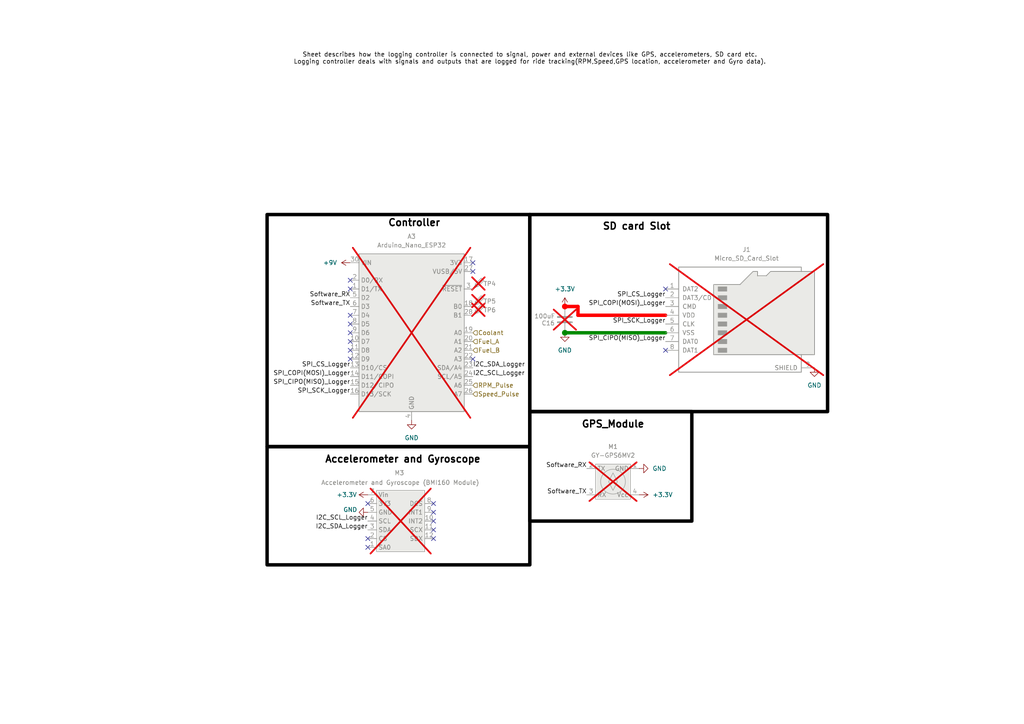
<source format=kicad_sch>
(kicad_sch
	(version 20250114)
	(generator "eeschema")
	(generator_version "9.0")
	(uuid "79a04059-fb4c-4199-a195-897d7b6d87cb")
	(paper "A4")
	(title_block
		(title "Full CBR125RW6 Dash Project Schematic")
		(rev "1")
		(company "Ethan Sousa Projects")
	)
	(lib_symbols
		(symbol "Added_Symbols:BMI160_Module"
			(exclude_from_sim no)
			(in_bom yes)
			(on_board yes)
			(property "Reference" "M"
				(at 0 0 0)
				(effects
					(font
						(size 1.27 1.27)
					)
				)
			)
			(property "Value" ""
				(at 0 0 0)
				(effects
					(font
						(size 1.27 1.27)
					)
				)
			)
			(property "Footprint" ""
				(at 0 0 0)
				(effects
					(font
						(size 1.27 1.27)
					)
					(hide yes)
				)
			)
			(property "Datasheet" ""
				(at 0 0 0)
				(effects
					(font
						(size 1.27 1.27)
					)
					(hide yes)
				)
			)
			(property "Description" ""
				(at 0 0 0)
				(effects
					(font
						(size 1.27 1.27)
					)
					(hide yes)
				)
			)
			(symbol "BMI160_Module_1_1"
				(rectangle
					(start -6.35 8.89)
					(end 7.62 -8.89)
					(stroke
						(width 0)
						(type solid)
					)
					(fill
						(type background)
					)
				)
				(pin power_in line
					(at -8.89 7.62 0)
					(length 2.54)
					(name "Vin"
						(effects
							(font
								(size 1.27 1.27)
							)
						)
					)
					(number "7"
						(effects
							(font
								(size 1.27 1.27)
							)
						)
					)
				)
				(pin power_out line
					(at -8.89 5.08 0)
					(length 2.54)
					(name "3V3"
						(effects
							(font
								(size 1.27 1.27)
							)
						)
					)
					(number "6"
						(effects
							(font
								(size 1.27 1.27)
							)
						)
					)
				)
				(pin power_in line
					(at -8.89 2.54 0)
					(length 2.54)
					(name "GND"
						(effects
							(font
								(size 1.27 1.27)
							)
						)
					)
					(number "5"
						(effects
							(font
								(size 1.27 1.27)
							)
						)
					)
				)
				(pin input line
					(at -8.89 0 0)
					(length 2.54)
					(name "SCL"
						(effects
							(font
								(size 1.27 1.27)
							)
						)
					)
					(number "4"
						(effects
							(font
								(size 1.27 1.27)
							)
						)
					)
				)
				(pin input line
					(at -8.89 -2.54 0)
					(length 2.54)
					(name "SDA"
						(effects
							(font
								(size 1.27 1.27)
							)
						)
					)
					(number "3"
						(effects
							(font
								(size 1.27 1.27)
							)
						)
					)
				)
				(pin input line
					(at -8.89 -5.08 0)
					(length 2.54)
					(name "CS"
						(effects
							(font
								(size 1.27 1.27)
							)
						)
					)
					(number "2"
						(effects
							(font
								(size 1.27 1.27)
							)
						)
					)
				)
				(pin input line
					(at -8.89 -7.62 0)
					(length 2.54)
					(name "SA0"
						(effects
							(font
								(size 1.27 1.27)
							)
						)
					)
					(number "1"
						(effects
							(font
								(size 1.27 1.27)
							)
						)
					)
				)
				(pin input line
					(at 10.16 5.08 180)
					(length 2.54)
					(name "DCS"
						(effects
							(font
								(size 1.27 1.27)
							)
						)
					)
					(number "8"
						(effects
							(font
								(size 1.27 1.27)
							)
						)
					)
				)
				(pin input line
					(at 10.16 2.54 180)
					(length 2.54)
					(name "INT1"
						(effects
							(font
								(size 1.27 1.27)
							)
						)
					)
					(number "9"
						(effects
							(font
								(size 1.27 1.27)
							)
						)
					)
				)
				(pin input line
					(at 10.16 0 180)
					(length 2.54)
					(name "INT2"
						(effects
							(font
								(size 1.27 1.27)
							)
						)
					)
					(number "10"
						(effects
							(font
								(size 1.27 1.27)
							)
						)
					)
				)
				(pin input line
					(at 10.16 -2.54 180)
					(length 2.54)
					(name "SCX"
						(effects
							(font
								(size 1.27 1.27)
							)
						)
					)
					(number "11"
						(effects
							(font
								(size 1.27 1.27)
							)
						)
					)
				)
				(pin input line
					(at 10.16 -5.08 180)
					(length 2.54)
					(name "SDX"
						(effects
							(font
								(size 1.27 1.27)
							)
						)
					)
					(number "12"
						(effects
							(font
								(size 1.27 1.27)
							)
						)
					)
				)
			)
			(embedded_fonts no)
		)
		(symbol "Added_Symbols:GY-GPS6MV2"
			(exclude_from_sim no)
			(in_bom yes)
			(on_board yes)
			(property "Reference" "M"
				(at 0 0 0)
				(effects
					(font
						(size 1.27 1.27)
					)
				)
			)
			(property "Value" "GY-GPS6MV2"
				(at 0 0 0)
				(effects
					(font
						(size 1.27 1.27)
					)
				)
			)
			(property "Footprint" "Added_Footprints:GY-GPS6MV2"
				(at 0 0 0)
				(effects
					(font
						(size 1.27 1.27)
					)
					(hide yes)
				)
			)
			(property "Datasheet" ""
				(at 0 0 0)
				(effects
					(font
						(size 1.27 1.27)
					)
					(hide yes)
				)
			)
			(property "Description" "GPS Module GY-GPS6MV2"
				(at 0 0 0)
				(effects
					(font
						(size 1.27 1.27)
					)
					(hide yes)
				)
			)
			(symbol "GY-GPS6MV2_0_1"
				(polyline
					(pts
						(xy 0 2.54) (xy -1.27 0) (xy 0 -2.54) (xy 1.27 0) (xy 0 2.54)
					)
					(stroke
						(width 0)
						(type default)
					)
					(fill
						(type none)
					)
				)
				(circle
					(center 0 0)
					(radius 3.5921)
					(stroke
						(width 0)
						(type default)
					)
					(fill
						(type none)
					)
				)
			)
			(symbol "GY-GPS6MV2_1_1"
				(rectangle
					(start -5.08 5.08)
					(end 5.08 -5.08)
					(stroke
						(width 0)
						(type solid)
					)
					(fill
						(type background)
					)
				)
				(pin output line
					(at -7.62 3.81 0)
					(length 2.54)
					(name "TX"
						(effects
							(font
								(size 1.27 1.27)
							)
						)
					)
					(number "2"
						(effects
							(font
								(size 1.27 1.27)
							)
						)
					)
				)
				(pin input line
					(at -7.62 -3.81 0)
					(length 2.54)
					(name "RX"
						(effects
							(font
								(size 1.27 1.27)
							)
						)
					)
					(number "3"
						(effects
							(font
								(size 1.27 1.27)
							)
						)
					)
				)
				(pin power_in line
					(at 7.62 3.81 180)
					(length 2.54)
					(name "GND"
						(effects
							(font
								(size 1.27 1.27)
							)
						)
					)
					(number "1"
						(effects
							(font
								(size 1.27 1.27)
							)
						)
					)
				)
				(pin power_in line
					(at 7.62 -3.81 180)
					(length 2.54)
					(name "Vcc"
						(effects
							(font
								(size 1.27 1.27)
							)
						)
					)
					(number "4"
						(effects
							(font
								(size 1.27 1.27)
							)
						)
					)
				)
			)
			(embedded_fonts no)
		)
		(symbol "Connector:Micro_SD_Card"
			(pin_names
				(offset 1.016)
			)
			(exclude_from_sim no)
			(in_bom yes)
			(on_board yes)
			(property "Reference" "J"
				(at -16.51 15.24 0)
				(effects
					(font
						(size 1.27 1.27)
					)
				)
			)
			(property "Value" "Micro_SD_Card"
				(at 16.51 15.24 0)
				(effects
					(font
						(size 1.27 1.27)
					)
					(justify right)
				)
			)
			(property "Footprint" ""
				(at 29.21 7.62 0)
				(effects
					(font
						(size 1.27 1.27)
					)
					(hide yes)
				)
			)
			(property "Datasheet" "https://www.we-online.com/components/products/datasheet/693072010801.pdf"
				(at 0 0 0)
				(effects
					(font
						(size 1.27 1.27)
					)
					(hide yes)
				)
			)
			(property "Description" "Micro SD Card Socket"
				(at 0 0 0)
				(effects
					(font
						(size 1.27 1.27)
					)
					(hide yes)
				)
			)
			(property "ki_keywords" "connector SD microsd"
				(at 0 0 0)
				(effects
					(font
						(size 1.27 1.27)
					)
					(hide yes)
				)
			)
			(property "ki_fp_filters" "microSD*"
				(at 0 0 0)
				(effects
					(font
						(size 1.27 1.27)
					)
					(hide yes)
				)
			)
			(symbol "Micro_SD_Card_0_1"
				(polyline
					(pts
						(xy -8.89 -11.43) (xy -8.89 8.89) (xy -1.27 8.89) (xy 2.54 12.7) (xy 3.81 12.7) (xy 3.81 11.43)
						(xy 6.35 11.43) (xy 7.62 12.7) (xy 20.32 12.7) (xy 20.32 -11.43) (xy -8.89 -11.43)
					)
					(stroke
						(width 0.254)
						(type default)
					)
					(fill
						(type background)
					)
				)
				(rectangle
					(start -7.62 8.255)
					(end -5.08 6.985)
					(stroke
						(width 0)
						(type default)
					)
					(fill
						(type outline)
					)
				)
				(rectangle
					(start -7.62 5.715)
					(end -5.08 4.445)
					(stroke
						(width 0)
						(type default)
					)
					(fill
						(type outline)
					)
				)
				(rectangle
					(start -7.62 3.175)
					(end -5.08 1.905)
					(stroke
						(width 0)
						(type default)
					)
					(fill
						(type outline)
					)
				)
				(rectangle
					(start -7.62 0.635)
					(end -5.08 -0.635)
					(stroke
						(width 0)
						(type default)
					)
					(fill
						(type outline)
					)
				)
				(rectangle
					(start -7.62 -1.905)
					(end -5.08 -3.175)
					(stroke
						(width 0)
						(type default)
					)
					(fill
						(type outline)
					)
				)
				(rectangle
					(start -7.62 -4.445)
					(end -5.08 -5.715)
					(stroke
						(width 0)
						(type default)
					)
					(fill
						(type outline)
					)
				)
				(rectangle
					(start -7.62 -6.985)
					(end -5.08 -8.255)
					(stroke
						(width 0)
						(type default)
					)
					(fill
						(type outline)
					)
				)
				(rectangle
					(start -7.62 -9.525)
					(end -5.08 -10.795)
					(stroke
						(width 0)
						(type default)
					)
					(fill
						(type outline)
					)
				)
				(polyline
					(pts
						(xy 16.51 12.7) (xy 16.51 13.97) (xy -19.05 13.97) (xy -19.05 -16.51) (xy 16.51 -16.51) (xy 16.51 -11.43)
					)
					(stroke
						(width 0.254)
						(type default)
					)
					(fill
						(type none)
					)
				)
			)
			(symbol "Micro_SD_Card_1_1"
				(pin bidirectional line
					(at -22.86 7.62 0)
					(length 3.81)
					(name "DAT2"
						(effects
							(font
								(size 1.27 1.27)
							)
						)
					)
					(number "1"
						(effects
							(font
								(size 1.27 1.27)
							)
						)
					)
				)
				(pin bidirectional line
					(at -22.86 5.08 0)
					(length 3.81)
					(name "DAT3/CD"
						(effects
							(font
								(size 1.27 1.27)
							)
						)
					)
					(number "2"
						(effects
							(font
								(size 1.27 1.27)
							)
						)
					)
				)
				(pin input line
					(at -22.86 2.54 0)
					(length 3.81)
					(name "CMD"
						(effects
							(font
								(size 1.27 1.27)
							)
						)
					)
					(number "3"
						(effects
							(font
								(size 1.27 1.27)
							)
						)
					)
				)
				(pin power_in line
					(at -22.86 0 0)
					(length 3.81)
					(name "VDD"
						(effects
							(font
								(size 1.27 1.27)
							)
						)
					)
					(number "4"
						(effects
							(font
								(size 1.27 1.27)
							)
						)
					)
				)
				(pin input line
					(at -22.86 -2.54 0)
					(length 3.81)
					(name "CLK"
						(effects
							(font
								(size 1.27 1.27)
							)
						)
					)
					(number "5"
						(effects
							(font
								(size 1.27 1.27)
							)
						)
					)
				)
				(pin power_in line
					(at -22.86 -5.08 0)
					(length 3.81)
					(name "VSS"
						(effects
							(font
								(size 1.27 1.27)
							)
						)
					)
					(number "6"
						(effects
							(font
								(size 1.27 1.27)
							)
						)
					)
				)
				(pin bidirectional line
					(at -22.86 -7.62 0)
					(length 3.81)
					(name "DAT0"
						(effects
							(font
								(size 1.27 1.27)
							)
						)
					)
					(number "7"
						(effects
							(font
								(size 1.27 1.27)
							)
						)
					)
				)
				(pin bidirectional line
					(at -22.86 -10.16 0)
					(length 3.81)
					(name "DAT1"
						(effects
							(font
								(size 1.27 1.27)
							)
						)
					)
					(number "8"
						(effects
							(font
								(size 1.27 1.27)
							)
						)
					)
				)
				(pin passive line
					(at 20.32 -15.24 180)
					(length 3.81)
					(name "SHIELD"
						(effects
							(font
								(size 1.27 1.27)
							)
						)
					)
					(number "9"
						(effects
							(font
								(size 1.27 1.27)
							)
						)
					)
				)
			)
			(embedded_fonts no)
		)
		(symbol "Connector:TestPoint_Probe"
			(pin_numbers
				(hide yes)
			)
			(pin_names
				(offset 0.762)
				(hide yes)
			)
			(exclude_from_sim no)
			(in_bom yes)
			(on_board yes)
			(property "Reference" "TP"
				(at 1.651 5.842 0)
				(effects
					(font
						(size 1.27 1.27)
					)
				)
			)
			(property "Value" "TestPoint_Probe"
				(at 1.651 4.064 0)
				(effects
					(font
						(size 1.27 1.27)
					)
				)
			)
			(property "Footprint" ""
				(at 5.08 0 0)
				(effects
					(font
						(size 1.27 1.27)
					)
					(hide yes)
				)
			)
			(property "Datasheet" "~"
				(at 5.08 0 0)
				(effects
					(font
						(size 1.27 1.27)
					)
					(hide yes)
				)
			)
			(property "Description" "test point (alternative probe-style design)"
				(at 0 0 0)
				(effects
					(font
						(size 1.27 1.27)
					)
					(hide yes)
				)
			)
			(property "ki_keywords" "test point tp"
				(at 0 0 0)
				(effects
					(font
						(size 1.27 1.27)
					)
					(hide yes)
				)
			)
			(property "ki_fp_filters" "Pin* Test*"
				(at 0 0 0)
				(effects
					(font
						(size 1.27 1.27)
					)
					(hide yes)
				)
			)
			(symbol "TestPoint_Probe_0_1"
				(polyline
					(pts
						(xy 1.27 0.762) (xy 0 0) (xy 0.762 1.27) (xy 1.27 0.762)
					)
					(stroke
						(width 0)
						(type default)
					)
					(fill
						(type outline)
					)
				)
				(polyline
					(pts
						(xy 1.397 0.635) (xy 0.635 1.397) (xy 2.413 3.175) (xy 3.175 2.413) (xy 1.397 0.635)
					)
					(stroke
						(width 0)
						(type default)
					)
					(fill
						(type background)
					)
				)
			)
			(symbol "TestPoint_Probe_1_1"
				(pin passive line
					(at 0 0 90)
					(length 0)
					(name "1"
						(effects
							(font
								(size 1.27 1.27)
							)
						)
					)
					(number "1"
						(effects
							(font
								(size 1.27 1.27)
							)
						)
					)
				)
			)
			(embedded_fonts no)
		)
		(symbol "Device:C"
			(pin_numbers
				(hide yes)
			)
			(pin_names
				(offset 0.254)
			)
			(exclude_from_sim no)
			(in_bom yes)
			(on_board yes)
			(property "Reference" "C"
				(at 0.635 2.54 0)
				(effects
					(font
						(size 1.27 1.27)
					)
					(justify left)
				)
			)
			(property "Value" "C"
				(at 0.635 -2.54 0)
				(effects
					(font
						(size 1.27 1.27)
					)
					(justify left)
				)
			)
			(property "Footprint" ""
				(at 0.9652 -3.81 0)
				(effects
					(font
						(size 1.27 1.27)
					)
					(hide yes)
				)
			)
			(property "Datasheet" "~"
				(at 0 0 0)
				(effects
					(font
						(size 1.27 1.27)
					)
					(hide yes)
				)
			)
			(property "Description" "Unpolarized capacitor"
				(at 0 0 0)
				(effects
					(font
						(size 1.27 1.27)
					)
					(hide yes)
				)
			)
			(property "ki_keywords" "cap capacitor"
				(at 0 0 0)
				(effects
					(font
						(size 1.27 1.27)
					)
					(hide yes)
				)
			)
			(property "ki_fp_filters" "C_*"
				(at 0 0 0)
				(effects
					(font
						(size 1.27 1.27)
					)
					(hide yes)
				)
			)
			(symbol "C_0_1"
				(polyline
					(pts
						(xy -2.032 0.762) (xy 2.032 0.762)
					)
					(stroke
						(width 0.508)
						(type default)
					)
					(fill
						(type none)
					)
				)
				(polyline
					(pts
						(xy -2.032 -0.762) (xy 2.032 -0.762)
					)
					(stroke
						(width 0.508)
						(type default)
					)
					(fill
						(type none)
					)
				)
			)
			(symbol "C_1_1"
				(pin passive line
					(at 0 3.81 270)
					(length 2.794)
					(name "~"
						(effects
							(font
								(size 1.27 1.27)
							)
						)
					)
					(number "1"
						(effects
							(font
								(size 1.27 1.27)
							)
						)
					)
				)
				(pin passive line
					(at 0 -3.81 90)
					(length 2.794)
					(name "~"
						(effects
							(font
								(size 1.27 1.27)
							)
						)
					)
					(number "2"
						(effects
							(font
								(size 1.27 1.27)
							)
						)
					)
				)
			)
			(embedded_fonts no)
		)
		(symbol "MCU_Module:Arduino_Nano_ESP32"
			(exclude_from_sim no)
			(in_bom yes)
			(on_board yes)
			(property "Reference" "A"
				(at -14.986 23.622 0)
				(effects
					(font
						(size 1.27 1.27)
					)
					(justify left bottom)
				)
			)
			(property "Value" "Arduino_Nano_ESP32"
				(at 3.81 -25.654 0)
				(effects
					(font
						(size 1.27 1.27)
					)
					(justify left top)
				)
			)
			(property "Footprint" "Module:Arduino_Nano"
				(at 13.716 -34.036 0)
				(effects
					(font
						(size 1.27 1.27)
						(italic yes)
					)
					(hide yes)
				)
			)
			(property "Datasheet" "https://docs.arduino.cc/resources/datasheets/ABX00083-datasheet.pdf"
				(at 39.116 -31.496 0)
				(effects
					(font
						(size 1.27 1.27)
					)
					(hide yes)
				)
			)
			(property "Description" "Arduino Nano board based on the ESP32-S3 with a dual-core 240 MHz processor, 384 kB ROM, 512 kB SRAM. Operates at 3.3V, with 5V USB-C® input and 6-21V VIN. Features Wi-Fi®, Bluetooth® LE, digital and analog pins, and supports SPI, I2C, UART, I2S, and CAN."
				(at 138.43 -28.956 0)
				(effects
					(font
						(size 1.27 1.27)
					)
					(hide yes)
				)
			)
			(property "ki_keywords" "Arduino Nano ESP32"
				(at 0 0 0)
				(effects
					(font
						(size 1.27 1.27)
					)
					(hide yes)
				)
			)
			(property "ki_fp_filters" "Arduino*Nano*"
				(at 0 0 0)
				(effects
					(font
						(size 1.27 1.27)
					)
					(hide yes)
				)
			)
			(symbol "Arduino_Nano_ESP32_0_1"
				(rectangle
					(start -15.24 22.86)
					(end 15.24 -22.86)
					(stroke
						(width 0.254)
						(type default)
					)
					(fill
						(type background)
					)
				)
			)
			(symbol "Arduino_Nano_ESP32_1_1"
				(pin power_in line
					(at -17.78 20.32 0)
					(length 2.54)
					(name "VIN"
						(effects
							(font
								(size 1.27 1.27)
							)
						)
					)
					(number "30"
						(effects
							(font
								(size 1.27 1.27)
							)
						)
					)
				)
				(pin bidirectional line
					(at -17.78 15.24 0)
					(length 2.54)
					(name "D0/RX"
						(effects
							(font
								(size 1.27 1.27)
							)
						)
					)
					(number "2"
						(effects
							(font
								(size 1.27 1.27)
							)
						)
					)
				)
				(pin bidirectional line
					(at -17.78 12.7 0)
					(length 2.54)
					(name "D1/TX"
						(effects
							(font
								(size 1.27 1.27)
							)
						)
					)
					(number "1"
						(effects
							(font
								(size 1.27 1.27)
							)
						)
					)
				)
				(pin bidirectional line
					(at -17.78 10.16 0)
					(length 2.54)
					(name "D2"
						(effects
							(font
								(size 1.27 1.27)
							)
						)
					)
					(number "5"
						(effects
							(font
								(size 1.27 1.27)
							)
						)
					)
				)
				(pin bidirectional line
					(at -17.78 7.62 0)
					(length 2.54)
					(name "D3"
						(effects
							(font
								(size 1.27 1.27)
							)
						)
					)
					(number "6"
						(effects
							(font
								(size 1.27 1.27)
							)
						)
					)
				)
				(pin bidirectional line
					(at -17.78 5.08 0)
					(length 2.54)
					(name "D4"
						(effects
							(font
								(size 1.27 1.27)
							)
						)
					)
					(number "7"
						(effects
							(font
								(size 1.27 1.27)
							)
						)
					)
				)
				(pin bidirectional line
					(at -17.78 2.54 0)
					(length 2.54)
					(name "D5"
						(effects
							(font
								(size 1.27 1.27)
							)
						)
					)
					(number "8"
						(effects
							(font
								(size 1.27 1.27)
							)
						)
					)
				)
				(pin bidirectional line
					(at -17.78 0 0)
					(length 2.54)
					(name "D6"
						(effects
							(font
								(size 1.27 1.27)
							)
						)
					)
					(number "9"
						(effects
							(font
								(size 1.27 1.27)
							)
						)
					)
				)
				(pin bidirectional line
					(at -17.78 -2.54 0)
					(length 2.54)
					(name "D7"
						(effects
							(font
								(size 1.27 1.27)
							)
						)
					)
					(number "10"
						(effects
							(font
								(size 1.27 1.27)
							)
						)
					)
				)
				(pin bidirectional line
					(at -17.78 -5.08 0)
					(length 2.54)
					(name "D8"
						(effects
							(font
								(size 1.27 1.27)
							)
						)
					)
					(number "11"
						(effects
							(font
								(size 1.27 1.27)
							)
						)
					)
				)
				(pin bidirectional line
					(at -17.78 -7.62 0)
					(length 2.54)
					(name "D9"
						(effects
							(font
								(size 1.27 1.27)
							)
						)
					)
					(number "12"
						(effects
							(font
								(size 1.27 1.27)
							)
						)
					)
				)
				(pin bidirectional line
					(at -17.78 -10.16 0)
					(length 2.54)
					(name "D10/CS"
						(effects
							(font
								(size 1.27 1.27)
							)
						)
					)
					(number "13"
						(effects
							(font
								(size 1.27 1.27)
							)
						)
					)
				)
				(pin bidirectional line
					(at -17.78 -12.7 0)
					(length 2.54)
					(name "D11/COPI"
						(effects
							(font
								(size 1.27 1.27)
							)
						)
					)
					(number "14"
						(effects
							(font
								(size 1.27 1.27)
							)
						)
					)
				)
				(pin bidirectional line
					(at -17.78 -15.24 0)
					(length 2.54)
					(name "D12/CIPO"
						(effects
							(font
								(size 1.27 1.27)
							)
						)
					)
					(number "15"
						(effects
							(font
								(size 1.27 1.27)
							)
						)
					)
				)
				(pin bidirectional line
					(at -17.78 -17.78 0)
					(length 2.54)
					(name "D13/SCK"
						(effects
							(font
								(size 1.27 1.27)
							)
						)
					)
					(number "16"
						(effects
							(font
								(size 1.27 1.27)
							)
						)
					)
				)
				(pin passive line
					(at 0 -25.4 90)
					(length 2.54)
					(hide yes)
					(name "GND"
						(effects
							(font
								(size 1.27 1.27)
							)
						)
					)
					(number "29"
						(effects
							(font
								(size 1.27 1.27)
							)
						)
					)
				)
				(pin power_in line
					(at 0 -25.4 90)
					(length 2.54)
					(name "GND"
						(effects
							(font
								(size 1.27 1.27)
							)
						)
					)
					(number "4"
						(effects
							(font
								(size 1.27 1.27)
							)
						)
					)
				)
				(pin power_out line
					(at 17.78 20.32 180)
					(length 2.54)
					(name "3V3"
						(effects
							(font
								(size 1.27 1.27)
							)
						)
					)
					(number "17"
						(effects
							(font
								(size 1.27 1.27)
							)
						)
					)
				)
				(pin power_out line
					(at 17.78 17.78 180)
					(length 2.54)
					(name "VUSB/5V"
						(effects
							(font
								(size 1.27 1.27)
							)
						)
					)
					(number "27"
						(effects
							(font
								(size 1.27 1.27)
							)
						)
					)
				)
				(pin input line
					(at 17.78 12.7 180)
					(length 2.54)
					(name "~{RESET}"
						(effects
							(font
								(size 1.27 1.27)
							)
						)
					)
					(number "3"
						(effects
							(font
								(size 1.27 1.27)
							)
						)
					)
				)
				(pin bidirectional line
					(at 17.78 7.62 180)
					(length 2.54)
					(name "B0"
						(effects
							(font
								(size 1.27 1.27)
							)
						)
					)
					(number "18"
						(effects
							(font
								(size 1.27 1.27)
							)
						)
					)
				)
				(pin bidirectional line
					(at 17.78 5.08 180)
					(length 2.54)
					(name "B1"
						(effects
							(font
								(size 1.27 1.27)
							)
						)
					)
					(number "28"
						(effects
							(font
								(size 1.27 1.27)
							)
						)
					)
				)
				(pin bidirectional line
					(at 17.78 0 180)
					(length 2.54)
					(name "A0"
						(effects
							(font
								(size 1.27 1.27)
							)
						)
					)
					(number "19"
						(effects
							(font
								(size 1.27 1.27)
							)
						)
					)
				)
				(pin bidirectional line
					(at 17.78 -2.54 180)
					(length 2.54)
					(name "A1"
						(effects
							(font
								(size 1.27 1.27)
							)
						)
					)
					(number "20"
						(effects
							(font
								(size 1.27 1.27)
							)
						)
					)
				)
				(pin bidirectional line
					(at 17.78 -5.08 180)
					(length 2.54)
					(name "A2"
						(effects
							(font
								(size 1.27 1.27)
							)
						)
					)
					(number "21"
						(effects
							(font
								(size 1.27 1.27)
							)
						)
					)
				)
				(pin bidirectional line
					(at 17.78 -7.62 180)
					(length 2.54)
					(name "A3"
						(effects
							(font
								(size 1.27 1.27)
							)
						)
					)
					(number "22"
						(effects
							(font
								(size 1.27 1.27)
							)
						)
					)
				)
				(pin bidirectional line
					(at 17.78 -10.16 180)
					(length 2.54)
					(name "SDA/A4"
						(effects
							(font
								(size 1.27 1.27)
							)
						)
					)
					(number "23"
						(effects
							(font
								(size 1.27 1.27)
							)
						)
					)
				)
				(pin bidirectional line
					(at 17.78 -12.7 180)
					(length 2.54)
					(name "SCL/A5"
						(effects
							(font
								(size 1.27 1.27)
							)
						)
					)
					(number "24"
						(effects
							(font
								(size 1.27 1.27)
							)
						)
					)
				)
				(pin bidirectional line
					(at 17.78 -15.24 180)
					(length 2.54)
					(name "A6"
						(effects
							(font
								(size 1.27 1.27)
							)
						)
					)
					(number "25"
						(effects
							(font
								(size 1.27 1.27)
							)
						)
					)
				)
				(pin bidirectional line
					(at 17.78 -17.78 180)
					(length 2.54)
					(name "A7"
						(effects
							(font
								(size 1.27 1.27)
							)
						)
					)
					(number "26"
						(effects
							(font
								(size 1.27 1.27)
							)
						)
					)
				)
			)
			(embedded_fonts no)
		)
		(symbol "power:+3.3V"
			(power)
			(pin_numbers
				(hide yes)
			)
			(pin_names
				(offset 0)
				(hide yes)
			)
			(exclude_from_sim no)
			(in_bom yes)
			(on_board yes)
			(property "Reference" "#PWR"
				(at 0 -3.81 0)
				(effects
					(font
						(size 1.27 1.27)
					)
					(hide yes)
				)
			)
			(property "Value" "+3.3V"
				(at 0 3.556 0)
				(effects
					(font
						(size 1.27 1.27)
					)
				)
			)
			(property "Footprint" ""
				(at 0 0 0)
				(effects
					(font
						(size 1.27 1.27)
					)
					(hide yes)
				)
			)
			(property "Datasheet" ""
				(at 0 0 0)
				(effects
					(font
						(size 1.27 1.27)
					)
					(hide yes)
				)
			)
			(property "Description" "Power symbol creates a global label with name \"+3.3V\""
				(at 0 0 0)
				(effects
					(font
						(size 1.27 1.27)
					)
					(hide yes)
				)
			)
			(property "ki_keywords" "global power"
				(at 0 0 0)
				(effects
					(font
						(size 1.27 1.27)
					)
					(hide yes)
				)
			)
			(symbol "+3.3V_0_1"
				(polyline
					(pts
						(xy -0.762 1.27) (xy 0 2.54)
					)
					(stroke
						(width 0)
						(type default)
					)
					(fill
						(type none)
					)
				)
				(polyline
					(pts
						(xy 0 2.54) (xy 0.762 1.27)
					)
					(stroke
						(width 0)
						(type default)
					)
					(fill
						(type none)
					)
				)
				(polyline
					(pts
						(xy 0 0) (xy 0 2.54)
					)
					(stroke
						(width 0)
						(type default)
					)
					(fill
						(type none)
					)
				)
			)
			(symbol "+3.3V_1_1"
				(pin power_in line
					(at 0 0 90)
					(length 0)
					(name "~"
						(effects
							(font
								(size 1.27 1.27)
							)
						)
					)
					(number "1"
						(effects
							(font
								(size 1.27 1.27)
							)
						)
					)
				)
			)
			(embedded_fonts no)
		)
		(symbol "power:+9V"
			(power)
			(pin_numbers
				(hide yes)
			)
			(pin_names
				(offset 0)
				(hide yes)
			)
			(exclude_from_sim no)
			(in_bom yes)
			(on_board yes)
			(property "Reference" "#PWR"
				(at 0 -3.81 0)
				(effects
					(font
						(size 1.27 1.27)
					)
					(hide yes)
				)
			)
			(property "Value" "+9V"
				(at 0 3.556 0)
				(effects
					(font
						(size 1.27 1.27)
					)
				)
			)
			(property "Footprint" ""
				(at 0 0 0)
				(effects
					(font
						(size 1.27 1.27)
					)
					(hide yes)
				)
			)
			(property "Datasheet" ""
				(at 0 0 0)
				(effects
					(font
						(size 1.27 1.27)
					)
					(hide yes)
				)
			)
			(property "Description" "Power symbol creates a global label with name \"+9V\""
				(at 0 0 0)
				(effects
					(font
						(size 1.27 1.27)
					)
					(hide yes)
				)
			)
			(property "ki_keywords" "global power"
				(at 0 0 0)
				(effects
					(font
						(size 1.27 1.27)
					)
					(hide yes)
				)
			)
			(symbol "+9V_0_1"
				(polyline
					(pts
						(xy -0.762 1.27) (xy 0 2.54)
					)
					(stroke
						(width 0)
						(type default)
					)
					(fill
						(type none)
					)
				)
				(polyline
					(pts
						(xy 0 2.54) (xy 0.762 1.27)
					)
					(stroke
						(width 0)
						(type default)
					)
					(fill
						(type none)
					)
				)
				(polyline
					(pts
						(xy 0 0) (xy 0 2.54)
					)
					(stroke
						(width 0)
						(type default)
					)
					(fill
						(type none)
					)
				)
			)
			(symbol "+9V_1_1"
				(pin power_in line
					(at 0 0 90)
					(length 0)
					(name "~"
						(effects
							(font
								(size 1.27 1.27)
							)
						)
					)
					(number "1"
						(effects
							(font
								(size 1.27 1.27)
							)
						)
					)
				)
			)
			(embedded_fonts no)
		)
		(symbol "power:GND"
			(power)
			(pin_numbers
				(hide yes)
			)
			(pin_names
				(offset 0)
				(hide yes)
			)
			(exclude_from_sim no)
			(in_bom yes)
			(on_board yes)
			(property "Reference" "#PWR"
				(at 0 -6.35 0)
				(effects
					(font
						(size 1.27 1.27)
					)
					(hide yes)
				)
			)
			(property "Value" "GND"
				(at 0 -3.81 0)
				(effects
					(font
						(size 1.27 1.27)
					)
				)
			)
			(property "Footprint" ""
				(at 0 0 0)
				(effects
					(font
						(size 1.27 1.27)
					)
					(hide yes)
				)
			)
			(property "Datasheet" ""
				(at 0 0 0)
				(effects
					(font
						(size 1.27 1.27)
					)
					(hide yes)
				)
			)
			(property "Description" "Power symbol creates a global label with name \"GND\" , ground"
				(at 0 0 0)
				(effects
					(font
						(size 1.27 1.27)
					)
					(hide yes)
				)
			)
			(property "ki_keywords" "global power"
				(at 0 0 0)
				(effects
					(font
						(size 1.27 1.27)
					)
					(hide yes)
				)
			)
			(symbol "GND_0_1"
				(polyline
					(pts
						(xy 0 0) (xy 0 -1.27) (xy 1.27 -1.27) (xy 0 -2.54) (xy -1.27 -1.27) (xy 0 -1.27)
					)
					(stroke
						(width 0)
						(type default)
					)
					(fill
						(type none)
					)
				)
			)
			(symbol "GND_1_1"
				(pin power_in line
					(at 0 0 270)
					(length 0)
					(name "~"
						(effects
							(font
								(size 1.27 1.27)
							)
						)
					)
					(number "1"
						(effects
							(font
								(size 1.27 1.27)
							)
						)
					)
				)
			)
			(embedded_fonts no)
		)
	)
	(rectangle
		(start 153.67 62.23)
		(end 240.03 119.38)
		(stroke
			(width 1)
			(type solid)
			(color 0 0 0 1)
		)
		(fill
			(type none)
		)
		(uuid 1dd85cc3-f8c0-45ad-a74a-f1ddcaef31c3)
	)
	(rectangle
		(start 153.67 119.38)
		(end 200.66 151.13)
		(stroke
			(width 1)
			(type solid)
			(color 0 0 0 1)
		)
		(fill
			(type none)
		)
		(uuid 39bd4558-52d0-463d-8830-323616373802)
	)
	(rectangle
		(start 77.47 129.54)
		(end 153.67 163.83)
		(stroke
			(width 1)
			(type solid)
			(color 0 0 0 1)
		)
		(fill
			(type none)
		)
		(uuid 819e7cdf-676d-4cf1-a733-8cf1023e98c2)
	)
	(rectangle
		(start 77.47 62.23)
		(end 153.67 129.54)
		(stroke
			(width 1)
			(type solid)
			(color 0 0 0 1)
		)
		(fill
			(type none)
		)
		(uuid edd95237-dfbe-4eb5-a257-75177b78eee4)
	)
	(text "SD card Slot"
		(exclude_from_sim no)
		(at 184.658 65.786 0)
		(effects
			(font
				(size 2 2)
				(thickness 0.4)
				(bold yes)
				(color 0 0 0 1)
			)
		)
		(uuid "9089073a-d44d-44f6-b78a-eb7278d11ec6")
	)
	(text "Sheet describes how the logging controller is connected to signal, power and external devices like GPS, accelerometers, SD card etc.\nLogging controller deals with signals and outputs that are logged for ride tracking(RPM,Speed,GPS location, accelerometer and Gyro data)."
		(exclude_from_sim no)
		(at 153.67 17.018 0)
		(effects
			(font
				(size 1.27 1.27)
				(color 0 0 0 1)
			)
		)
		(uuid "9ff9a5c7-7102-46df-be75-cc811d81e6cf")
	)
	(text "Accelerometer and Gyroscope"
		(exclude_from_sim no)
		(at 116.84 133.35 0)
		(effects
			(font
				(size 2 2)
				(thickness 0.4)
				(bold yes)
				(color 0 0 0 1)
			)
		)
		(uuid "b5e72b89-5b4c-48cd-bf70-85070341a372")
	)
	(text "GPS_Module"
		(exclude_from_sim no)
		(at 177.8 123.19 0)
		(effects
			(font
				(size 2 2)
				(thickness 0.4)
				(bold yes)
				(color 0 0 0 1)
			)
		)
		(uuid "b660edb2-6d99-4268-8b74-cd51e422f8ce")
	)
	(text "Controller"
		(exclude_from_sim no)
		(at 120.142 64.77 0)
		(effects
			(font
				(size 2 2)
				(thickness 0.4)
				(bold yes)
				(color 0 0 0 1)
			)
		)
		(uuid "c5329b89-e131-471d-906a-53631f88308c")
	)
	(junction
		(at 163.83 88.9)
		(diameter 1.5)
		(color 255 0 0 1)
		(uuid "4bdfee0d-0a5c-4190-ae99-42cf2b710b24")
	)
	(junction
		(at 163.83 96.52)
		(diameter 1.5)
		(color 0 132 0 1)
		(uuid "63928f4f-3afc-4df4-aae7-5163e1b7a354")
	)
	(no_connect
		(at 101.6 83.82)
		(uuid "0c236c35-9da8-44fb-8bb8-b41f6cb247dc")
	)
	(no_connect
		(at 101.6 93.98)
		(uuid "1d4f43f5-6609-4d5a-8387-5208731a24c2")
	)
	(no_connect
		(at 125.73 146.05)
		(uuid "24e236e3-a221-42f8-a6a1-63f391d757ef")
	)
	(no_connect
		(at 106.68 158.75)
		(uuid "3908d963-0fbb-4305-8d9e-6a4c154b74ad")
	)
	(no_connect
		(at 137.16 78.74)
		(uuid "3bf45a68-ff12-48b9-b2eb-e5bb852cf174")
	)
	(no_connect
		(at 101.6 104.14)
		(uuid "60b3af45-9c70-4312-a507-785d989dd7ae")
	)
	(no_connect
		(at 125.73 153.67)
		(uuid "656ef5a3-1d2a-41b7-b2d7-710b77b2005d")
	)
	(no_connect
		(at 106.68 156.21)
		(uuid "6c058d13-8441-4e0c-ae9a-a8d1ca157e7a")
	)
	(no_connect
		(at 137.16 104.14)
		(uuid "7465da6e-ab4a-4818-b530-9d865b975b46")
	)
	(no_connect
		(at 106.68 146.05)
		(uuid "782cb2f8-bef3-4cb7-8d7b-6fffefe0d828")
	)
	(no_connect
		(at 125.73 151.13)
		(uuid "7e065284-e5b8-4d45-b6f4-bb3b4b36ab2b")
	)
	(no_connect
		(at 101.6 81.28)
		(uuid "a0ef2a75-77aa-442a-a649-b1d6570e3058")
	)
	(no_connect
		(at 137.16 76.2)
		(uuid "bb7e1d56-2f59-4ccd-8aa7-d2492a53937c")
	)
	(no_connect
		(at 101.6 96.52)
		(uuid "bc166243-0165-4826-a06b-dedc6d941c83")
	)
	(no_connect
		(at 125.73 156.21)
		(uuid "bfb36c9d-6bb0-4194-adb9-1e13d8530e77")
	)
	(no_connect
		(at 193.04 83.82)
		(uuid "c4272bc0-6f76-4135-921f-384ef48f6996")
	)
	(no_connect
		(at 101.6 101.6)
		(uuid "cc926382-696a-45c6-9e8b-3ad24c78a911")
	)
	(no_connect
		(at 193.04 101.6)
		(uuid "d2e6cce5-1765-48eb-bfcc-b04a1413d942")
	)
	(no_connect
		(at 101.6 99.06)
		(uuid "df8274d7-73ad-4b05-9077-88cc3fba35bb")
	)
	(no_connect
		(at 125.73 148.59)
		(uuid "e9a23a40-c2fd-482f-a232-267503d558c1")
	)
	(no_connect
		(at 101.6 91.44)
		(uuid "fe8cd9fc-b114-4960-8902-4a5411e9630e")
	)
	(wire
		(pts
			(xy 167.64 91.44) (xy 193.04 91.44)
		)
		(stroke
			(width 1)
			(type default)
			(color 255 0 0 1)
		)
		(uuid "2a29f2bc-a835-4dc4-9716-1235b8bfae86")
	)
	(wire
		(pts
			(xy 163.83 88.9) (xy 167.64 88.9)
		)
		(stroke
			(width 1)
			(type default)
			(color 255 0 0 1)
		)
		(uuid "4e617554-8a1e-4bf3-b763-68fd863e5f4f")
	)
	(wire
		(pts
			(xy 163.83 96.52) (xy 193.04 96.52)
		)
		(stroke
			(width 1)
			(type default)
			(color 0 132 0 1)
		)
		(uuid "572099af-6612-4776-8348-f543b3fa2a46")
	)
	(wire
		(pts
			(xy 167.64 88.9) (xy 167.64 91.44)
		)
		(stroke
			(width 1)
			(type default)
			(color 255 0 0 1)
		)
		(uuid "e1fef51d-8747-4f02-9543-c04537d87922")
	)
	(label "Software_RX"
		(at 101.6 86.36 180)
		(effects
			(font
				(size 1.27 1.27)
			)
			(justify right bottom)
		)
		(uuid "07727877-c076-48e1-a989-772938944349")
	)
	(label "SPI_CS_Logger"
		(at 193.04 86.36 180)
		(effects
			(font
				(size 1.27 1.27)
			)
			(justify right bottom)
		)
		(uuid "17ef0ca6-e10a-4a9b-99d6-e377ef1553e3")
	)
	(label "SPI_SCK_Logger"
		(at 193.04 93.98 180)
		(effects
			(font
				(size 1.27 1.27)
			)
			(justify right bottom)
		)
		(uuid "403b8ae1-f9ba-4583-82e3-0d4a3ae0cb73")
	)
	(label "I2C_SDA_Logger"
		(at 137.16 106.68 0)
		(effects
			(font
				(size 1.27 1.27)
			)
			(justify left bottom)
		)
		(uuid "653da2c1-86b9-4d78-9b06-9f2605c5c5f7")
	)
	(label "I2C_SCL_Logger"
		(at 106.68 151.13 180)
		(effects
			(font
				(size 1.27 1.27)
			)
			(justify right bottom)
		)
		(uuid "77e24b44-f1ac-4352-b4d2-3476d3916187")
	)
	(label "Software_TX"
		(at 101.6 88.9 180)
		(effects
			(font
				(size 1.27 1.27)
			)
			(justify right bottom)
		)
		(uuid "7e1cd91e-807a-4a9f-be0e-d60082574602")
	)
	(label "I2C_SDA_Logger"
		(at 106.68 153.67 180)
		(effects
			(font
				(size 1.27 1.27)
			)
			(justify right bottom)
		)
		(uuid "7ea3e21b-768b-4e80-a7c3-b3e1875f99f3")
	)
	(label "SPI_CIPO(MISO)_Logger"
		(at 101.6 111.76 180)
		(effects
			(font
				(size 1.27 1.27)
			)
			(justify right bottom)
		)
		(uuid "87e3bb1b-11aa-449d-8405-cec7f3576bc3")
	)
	(label "SPI_COPI(MOSI)_Logger"
		(at 101.6 109.22 180)
		(effects
			(font
				(size 1.27 1.27)
			)
			(justify right bottom)
		)
		(uuid "898c0272-38b3-4c87-93a2-a72f6774027b")
	)
	(label "Software_RX"
		(at 170.18 135.89 180)
		(effects
			(font
				(size 1.27 1.27)
			)
			(justify right bottom)
		)
		(uuid "8ca91c39-54a1-4477-b61f-89f543b332d2")
	)
	(label "SPI_SCK_Logger"
		(at 101.6 114.3 180)
		(effects
			(font
				(size 1.27 1.27)
			)
			(justify right bottom)
		)
		(uuid "ad55da27-3f6d-417d-b93e-149cd858fce3")
	)
	(label "SPI_CIPO(MISO)_Logger"
		(at 193.04 99.06 180)
		(effects
			(font
				(size 1.27 1.27)
			)
			(justify right bottom)
		)
		(uuid "c4fd704d-8b6d-438c-b40e-4fded69c3560")
	)
	(label "SPI_CS_Logger"
		(at 101.6 106.68 180)
		(effects
			(font
				(size 1.27 1.27)
			)
			(justify right bottom)
		)
		(uuid "cd3a9c65-7584-449f-a5a1-6c26603f6b91")
	)
	(label "I2C_SCL_Logger"
		(at 137.16 109.22 0)
		(effects
			(font
				(size 1.27 1.27)
			)
			(justify left bottom)
		)
		(uuid "d34858d5-11f9-4a28-8ebe-9b81b5c279d4")
	)
	(label "SPI_COPI(MOSI)_Logger"
		(at 193.04 88.9 180)
		(effects
			(font
				(size 1.27 1.27)
			)
			(justify right bottom)
		)
		(uuid "e3017385-f5b9-4ad0-8b2d-a296bfea9d97")
	)
	(label "Software_TX"
		(at 170.18 143.51 180)
		(effects
			(font
				(size 1.27 1.27)
			)
			(justify right bottom)
		)
		(uuid "ef6be336-c5dc-4941-977c-8c84385a534a")
	)
	(hierarchical_label "Speed_Pulse"
		(shape input)
		(at 137.16 114.3 0)
		(effects
			(font
				(size 1.27 1.27)
			)
			(justify left)
		)
		(uuid "4e117196-a53f-43e3-8283-df5617cdd450")
	)
	(hierarchical_label "Fuel_A"
		(shape input)
		(at 137.16 99.06 0)
		(effects
			(font
				(size 1.27 1.27)
			)
			(justify left)
		)
		(uuid "6dcc8b13-5ad5-4f84-8f76-e255fe7bc4cc")
	)
	(hierarchical_label "Fuel_B"
		(shape input)
		(at 137.16 101.6 0)
		(effects
			(font
				(size 1.27 1.27)
			)
			(justify left)
		)
		(uuid "883c3a6e-dc85-4cd2-bcca-d17e45a6a460")
	)
	(hierarchical_label "Coolant"
		(shape input)
		(at 137.16 96.52 0)
		(effects
			(font
				(size 1.27 1.27)
			)
			(justify left)
		)
		(uuid "9f5fcee7-81f8-41bf-b36a-f8c0c1b9aaa1")
	)
	(hierarchical_label "RPM_Pulse"
		(shape input)
		(at 137.16 111.76 0)
		(effects
			(font
				(size 1.27 1.27)
			)
			(justify left)
		)
		(uuid "e89db205-745c-4276-8f51-6ed794d64ea1")
	)
	(symbol
		(lib_id "power:GND")
		(at 119.38 121.92 0)
		(unit 1)
		(exclude_from_sim no)
		(in_bom yes)
		(on_board yes)
		(dnp no)
		(fields_autoplaced yes)
		(uuid "024772d5-ae23-4231-8e0a-41d78b2b3321")
		(property "Reference" "#PWR046"
			(at 119.38 128.27 0)
			(effects
				(font
					(size 1.27 1.27)
				)
				(hide yes)
			)
		)
		(property "Value" "GND"
			(at 119.38 127 0)
			(effects
				(font
					(size 1.27 1.27)
				)
			)
		)
		(property "Footprint" ""
			(at 119.38 121.92 0)
			(effects
				(font
					(size 1.27 1.27)
				)
				(hide yes)
			)
		)
		(property "Datasheet" ""
			(at 119.38 121.92 0)
			(effects
				(font
					(size 1.27 1.27)
				)
				(hide yes)
			)
		)
		(property "Description" "Power symbol creates a global label with name \"GND\" , ground"
			(at 119.38 121.92 0)
			(effects
				(font
					(size 1.27 1.27)
				)
				(hide yes)
			)
		)
		(pin "1"
			(uuid "63c3251b-b62f-475c-8e52-3cb80c53bb63")
		)
		(instances
			(project "Full_Circuit"
				(path "/619a717f-b37a-4dd9-96af-345e6fd91ffe/eb8305a9-ba65-4db5-89d2-7eddef7f3a2f"
					(reference "#PWR046")
					(unit 1)
				)
			)
		)
	)
	(symbol
		(lib_id "Connector:TestPoint_Probe")
		(at 137.16 83.82 0)
		(unit 1)
		(exclude_from_sim no)
		(in_bom yes)
		(on_board no)
		(dnp yes)
		(uuid "05d76e46-1b3f-4127-b8f9-568e07932ff8")
		(property "Reference" "TP4"
			(at 140.208 82.296 0)
			(effects
				(font
					(size 1.27 1.27)
				)
				(justify left)
			)
		)
		(property "Value" "TestPoint"
			(at 140.208 80.264 0)
			(effects
				(font
					(size 1.27 1.27)
				)
				(justify left)
				(hide yes)
			)
		)
		(property "Footprint" "Connector_PinHeader_1.00mm:PinHeader_1x01_P1.00mm_Vertical"
			(at 142.24 83.82 0)
			(effects
				(font
					(size 1.27 1.27)
				)
				(hide yes)
			)
		)
		(property "Datasheet" "~"
			(at 142.24 83.82 0)
			(effects
				(font
					(size 1.27 1.27)
				)
				(hide yes)
			)
		)
		(property "Description" "test point (alternative probe-style design)"
			(at 137.16 83.82 0)
			(effects
				(font
					(size 1.27 1.27)
				)
				(hide yes)
			)
		)
		(pin "1"
			(uuid "5ef67e18-8d71-4633-98ea-ce07b6a97429")
		)
		(instances
			(project "Full_Circuit"
				(path "/619a717f-b37a-4dd9-96af-345e6fd91ffe/eb8305a9-ba65-4db5-89d2-7eddef7f3a2f"
					(reference "TP4")
					(unit 1)
				)
			)
		)
	)
	(symbol
		(lib_id "power:+9V")
		(at 101.6 76.2 90)
		(unit 1)
		(exclude_from_sim no)
		(in_bom yes)
		(on_board yes)
		(dnp no)
		(fields_autoplaced yes)
		(uuid "0e3997a3-d580-4ebc-8a69-765716d16a10")
		(property "Reference" "#PWR045"
			(at 105.41 76.2 0)
			(effects
				(font
					(size 1.27 1.27)
				)
				(hide yes)
			)
		)
		(property "Value" "+9V"
			(at 97.79 76.1999 90)
			(effects
				(font
					(size 1.27 1.27)
				)
				(justify left)
			)
		)
		(property "Footprint" ""
			(at 101.6 76.2 0)
			(effects
				(font
					(size 1.27 1.27)
				)
				(hide yes)
			)
		)
		(property "Datasheet" ""
			(at 101.6 76.2 0)
			(effects
				(font
					(size 1.27 1.27)
				)
				(hide yes)
			)
		)
		(property "Description" "Power symbol creates a global label with name \"+9V\""
			(at 101.6 76.2 0)
			(effects
				(font
					(size 1.27 1.27)
				)
				(hide yes)
			)
		)
		(pin "1"
			(uuid "600f9b14-2fec-463a-8d22-18ac9515277c")
		)
		(instances
			(project "Full_Circuit"
				(path "/619a717f-b37a-4dd9-96af-345e6fd91ffe/eb8305a9-ba65-4db5-89d2-7eddef7f3a2f"
					(reference "#PWR045")
					(unit 1)
				)
			)
		)
	)
	(symbol
		(lib_id "power:+3.3V")
		(at 163.83 88.9 0)
		(unit 1)
		(exclude_from_sim no)
		(in_bom yes)
		(on_board yes)
		(dnp no)
		(uuid "2068c0c9-7aaa-4ed6-94c1-501d46f49a01")
		(property "Reference" "#PWR069"
			(at 163.83 92.71 0)
			(effects
				(font
					(size 1.27 1.27)
				)
				(hide yes)
			)
		)
		(property "Value" "+3.3V"
			(at 163.83 83.82 0)
			(effects
				(font
					(size 1.27 1.27)
				)
			)
		)
		(property "Footprint" ""
			(at 163.83 88.9 0)
			(effects
				(font
					(size 1.27 1.27)
				)
				(hide yes)
			)
		)
		(property "Datasheet" ""
			(at 163.83 88.9 0)
			(effects
				(font
					(size 1.27 1.27)
				)
				(hide yes)
			)
		)
		(property "Description" "Power symbol creates a global label with name \"+3.3V\""
			(at 163.83 88.9 0)
			(effects
				(font
					(size 1.27 1.27)
				)
				(hide yes)
			)
		)
		(pin "1"
			(uuid "748ff9bd-7c2f-472c-87df-4c9492ae36ae")
		)
		(instances
			(project "Full_Circuit"
				(path "/619a717f-b37a-4dd9-96af-345e6fd91ffe/eb8305a9-ba65-4db5-89d2-7eddef7f3a2f"
					(reference "#PWR069")
					(unit 1)
				)
			)
		)
	)
	(symbol
		(lib_id "power:+3.3V")
		(at 185.42 143.51 270)
		(unit 1)
		(exclude_from_sim no)
		(in_bom yes)
		(on_board yes)
		(dnp no)
		(fields_autoplaced yes)
		(uuid "2627b18c-43ba-44bd-ab86-dc6085526bf0")
		(property "Reference" "#PWR047"
			(at 181.61 143.51 0)
			(effects
				(font
					(size 1.27 1.27)
				)
				(hide yes)
			)
		)
		(property "Value" "+3.3V"
			(at 189.23 143.5099 90)
			(effects
				(font
					(size 1.27 1.27)
				)
				(justify left)
			)
		)
		(property "Footprint" ""
			(at 185.42 143.51 0)
			(effects
				(font
					(size 1.27 1.27)
				)
				(hide yes)
			)
		)
		(property "Datasheet" ""
			(at 185.42 143.51 0)
			(effects
				(font
					(size 1.27 1.27)
				)
				(hide yes)
			)
		)
		(property "Description" "Power symbol creates a global label with name \"+3.3V\""
			(at 185.42 143.51 0)
			(effects
				(font
					(size 1.27 1.27)
				)
				(hide yes)
			)
		)
		(pin "1"
			(uuid "b17cfa7f-db84-4372-84dc-34b01fbb88eb")
		)
		(instances
			(project ""
				(path "/619a717f-b37a-4dd9-96af-345e6fd91ffe/eb8305a9-ba65-4db5-89d2-7eddef7f3a2f"
					(reference "#PWR047")
					(unit 1)
				)
			)
		)
	)
	(symbol
		(lib_id "power:+3.3V")
		(at 106.68 143.51 90)
		(unit 1)
		(exclude_from_sim no)
		(in_bom yes)
		(on_board yes)
		(dnp no)
		(uuid "49f54986-9cbc-472b-a48f-61a3d3508f9e")
		(property "Reference" "#PWR071"
			(at 110.49 143.51 0)
			(effects
				(font
					(size 1.27 1.27)
				)
				(hide yes)
			)
		)
		(property "Value" "+3.3V"
			(at 100.584 143.51 90)
			(effects
				(font
					(size 1.27 1.27)
				)
			)
		)
		(property "Footprint" ""
			(at 106.68 143.51 0)
			(effects
				(font
					(size 1.27 1.27)
				)
				(hide yes)
			)
		)
		(property "Datasheet" ""
			(at 106.68 143.51 0)
			(effects
				(font
					(size 1.27 1.27)
				)
				(hide yes)
			)
		)
		(property "Description" "Power symbol creates a global label with name \"+3.3V\""
			(at 106.68 143.51 0)
			(effects
				(font
					(size 1.27 1.27)
				)
				(hide yes)
			)
		)
		(pin "1"
			(uuid "a73d9ab2-f31e-48dc-9aaa-870934ff6101")
		)
		(instances
			(project "Full_Circuit"
				(path "/619a717f-b37a-4dd9-96af-345e6fd91ffe/eb8305a9-ba65-4db5-89d2-7eddef7f3a2f"
					(reference "#PWR071")
					(unit 1)
				)
			)
		)
	)
	(symbol
		(lib_id "Connector:TestPoint_Probe")
		(at 137.16 91.44 0)
		(unit 1)
		(exclude_from_sim no)
		(in_bom yes)
		(on_board no)
		(dnp yes)
		(uuid "6d95bac3-8227-4246-9464-e309d2c5f5d1")
		(property "Reference" "TP6"
			(at 140.208 89.916 0)
			(effects
				(font
					(size 1.27 1.27)
				)
				(justify left)
			)
		)
		(property "Value" "TestPoint"
			(at 140.208 87.884 0)
			(effects
				(font
					(size 1.27 1.27)
				)
				(justify left)
				(hide yes)
			)
		)
		(property "Footprint" "Connector_PinHeader_1.00mm:PinHeader_1x01_P1.00mm_Vertical"
			(at 142.24 91.44 0)
			(effects
				(font
					(size 1.27 1.27)
				)
				(hide yes)
			)
		)
		(property "Datasheet" "~"
			(at 142.24 91.44 0)
			(effects
				(font
					(size 1.27 1.27)
				)
				(hide yes)
			)
		)
		(property "Description" "test point (alternative probe-style design)"
			(at 137.16 91.44 0)
			(effects
				(font
					(size 1.27 1.27)
				)
				(hide yes)
			)
		)
		(pin "1"
			(uuid "646f507c-02fd-4dc9-b9a2-953f4b39c1d9")
		)
		(instances
			(project "Full_Circuit"
				(path "/619a717f-b37a-4dd9-96af-345e6fd91ffe/eb8305a9-ba65-4db5-89d2-7eddef7f3a2f"
					(reference "TP6")
					(unit 1)
				)
			)
		)
	)
	(symbol
		(lib_id "Added_Symbols:BMI160_Module")
		(at 115.57 151.13 0)
		(unit 1)
		(exclude_from_sim no)
		(in_bom yes)
		(on_board no)
		(dnp yes)
		(uuid "6f22d145-6338-4936-8015-47275641edac")
		(property "Reference" "M3"
			(at 115.824 137.16 0)
			(effects
				(font
					(size 1.27 1.27)
				)
			)
		)
		(property "Value" "Accelerometer and Gyroscope (BMI160 Module)"
			(at 116.078 139.954 0)
			(effects
				(font
					(size 1.27 1.27)
				)
			)
		)
		(property "Footprint" "Added_Footprints:BMI160_Module"
			(at 115.57 151.13 0)
			(effects
				(font
					(size 1.27 1.27)
				)
				(hide yes)
			)
		)
		(property "Datasheet" ""
			(at 115.57 151.13 0)
			(effects
				(font
					(size 1.27 1.27)
				)
				(hide yes)
			)
		)
		(property "Description" ""
			(at 115.57 151.13 0)
			(effects
				(font
					(size 1.27 1.27)
				)
				(hide yes)
			)
		)
		(pin "7"
			(uuid "7a7074b6-cb2e-4652-9778-26719b5e28bd")
		)
		(pin "1"
			(uuid "b699b88a-8dd3-4db5-a516-4e54e39a60a4")
		)
		(pin "2"
			(uuid "ce493fe9-8a2f-432f-a944-8766992bc700")
		)
		(pin "9"
			(uuid "69046e82-4659-4639-8ff2-c49cb777f354")
		)
		(pin "3"
			(uuid "fab11286-869b-4605-bc5d-637571e7d0df")
		)
		(pin "10"
			(uuid "2da64f1c-f6a9-4a4e-be8f-85abf5af2382")
		)
		(pin "11"
			(uuid "f3c44f92-3cd0-402e-b86b-d768e7eb5bc4")
		)
		(pin "8"
			(uuid "124aab49-8496-46c4-9ca2-509caa702c0e")
		)
		(pin "4"
			(uuid "035d8230-5c25-4d8f-923f-2e53ec22860d")
		)
		(pin "5"
			(uuid "0cc9a081-86c2-458b-9f54-d4d59e59e624")
		)
		(pin "6"
			(uuid "db899f20-f8af-44b3-a60d-b7e166c1f882")
		)
		(pin "12"
			(uuid "f6328ddf-e4fb-4e54-a573-31895dce5a68")
		)
		(instances
			(project ""
				(path "/619a717f-b37a-4dd9-96af-345e6fd91ffe/eb8305a9-ba65-4db5-89d2-7eddef7f3a2f"
					(reference "M3")
					(unit 1)
				)
			)
		)
	)
	(symbol
		(lib_id "Connector:Micro_SD_Card")
		(at 215.9 91.44 0)
		(unit 1)
		(exclude_from_sim no)
		(in_bom yes)
		(on_board no)
		(dnp yes)
		(fields_autoplaced yes)
		(uuid "6f749907-983a-4623-adcb-4adc84b57da2")
		(property "Reference" "J1"
			(at 216.535 72.39 0)
			(effects
				(font
					(size 1.27 1.27)
				)
			)
		)
		(property "Value" "Micro_SD_Card_Slot"
			(at 216.535 74.93 0)
			(effects
				(font
					(size 1.27 1.27)
				)
			)
		)
		(property "Footprint" "Connector_Card:microSD_HC_Wuerth_693072010801"
			(at 245.11 83.82 0)
			(effects
				(font
					(size 1.27 1.27)
				)
				(hide yes)
			)
		)
		(property "Datasheet" "https://www.we-online.com/components/products/datasheet/693072010801.pdf"
			(at 215.9 91.44 0)
			(effects
				(font
					(size 1.27 1.27)
				)
				(hide yes)
			)
		)
		(property "Description" "Micro SD Card Socket"
			(at 215.9 91.44 0)
			(effects
				(font
					(size 1.27 1.27)
				)
				(hide yes)
			)
		)
		(pin "6"
			(uuid "5800ef7f-8ab5-442b-9b0f-291f58513d74")
		)
		(pin "9"
			(uuid "b8d5b39e-851d-4210-bc06-49a3e0a58d61")
		)
		(pin "1"
			(uuid "aeb6bdeb-89f8-4651-aad1-0f852c86fdb1")
		)
		(pin "5"
			(uuid "3c4ef710-5c37-4734-9c2b-82b2d7783ee7")
		)
		(pin "3"
			(uuid "3433ddf0-7756-4731-b9fe-dff378f139e2")
		)
		(pin "7"
			(uuid "d5718ac4-5477-44c7-a5bc-a33193369864")
		)
		(pin "4"
			(uuid "af2bdb10-4dac-4318-b6ea-c453419bbc15")
		)
		(pin "2"
			(uuid "dafe6063-6911-4a5a-9a07-23bde0fbe46a")
		)
		(pin "8"
			(uuid "eb2537ac-a424-462b-a540-53fcac3d7abe")
		)
		(instances
			(project ""
				(path "/619a717f-b37a-4dd9-96af-345e6fd91ffe/eb8305a9-ba65-4db5-89d2-7eddef7f3a2f"
					(reference "J1")
					(unit 1)
				)
			)
		)
	)
	(symbol
		(lib_id "Device:C")
		(at 163.83 92.71 180)
		(unit 1)
		(exclude_from_sim no)
		(in_bom yes)
		(on_board no)
		(dnp yes)
		(uuid "6f7fb706-5c98-4b18-8682-ef7942e257d2")
		(property "Reference" "C16"
			(at 159.004 93.726 0)
			(effects
				(font
					(size 1.27 1.27)
				)
			)
		)
		(property "Value" "100uF"
			(at 157.988 91.694 0)
			(effects
				(font
					(size 1.27 1.27)
				)
			)
		)
		(property "Footprint" "Capacitor_SMD:C_0805_2012Metric_Pad1.18x1.45mm_HandSolder"
			(at 162.8648 88.9 0)
			(effects
				(font
					(size 1.27 1.27)
				)
				(hide yes)
			)
		)
		(property "Datasheet" "~"
			(at 163.83 92.71 0)
			(effects
				(font
					(size 1.27 1.27)
				)
				(hide yes)
			)
		)
		(property "Description" "Unpolarized capacitor"
			(at 163.83 92.71 0)
			(effects
				(font
					(size 1.27 1.27)
				)
				(hide yes)
			)
		)
		(pin "2"
			(uuid "cee2273e-6166-4fa5-852a-a11d7169bedf")
		)
		(pin "1"
			(uuid "cc36392f-4f07-44f6-a614-1c4562f41451")
		)
		(instances
			(project "Full_Circuit"
				(path "/619a717f-b37a-4dd9-96af-345e6fd91ffe/eb8305a9-ba65-4db5-89d2-7eddef7f3a2f"
					(reference "C16")
					(unit 1)
				)
			)
		)
	)
	(symbol
		(lib_id "Added_Symbols:GY-GPS6MV2")
		(at 177.8 139.7 0)
		(unit 1)
		(exclude_from_sim no)
		(in_bom yes)
		(on_board no)
		(dnp yes)
		(fields_autoplaced yes)
		(uuid "76eb35ce-c352-4dfa-a2d6-a94ed15a4d2a")
		(property "Reference" "M1"
			(at 177.8 129.54 0)
			(effects
				(font
					(size 1.27 1.27)
				)
			)
		)
		(property "Value" "GY-GPS6MV2"
			(at 177.8 132.08 0)
			(effects
				(font
					(size 1.27 1.27)
				)
			)
		)
		(property "Footprint" "Added_Footprints:GY-GPS6MV2"
			(at 177.8 139.7 0)
			(effects
				(font
					(size 1.27 1.27)
				)
				(hide yes)
			)
		)
		(property "Datasheet" ""
			(at 177.8 139.7 0)
			(effects
				(font
					(size 1.27 1.27)
				)
				(hide yes)
			)
		)
		(property "Description" "GPS Module GY-GPS6MV2"
			(at 177.8 139.7 0)
			(effects
				(font
					(size 1.27 1.27)
				)
				(hide yes)
			)
		)
		(pin "4"
			(uuid "91a21f57-ddef-44ce-a6d3-3fd7cf0d7b95")
		)
		(pin "3"
			(uuid "ca914361-97cf-4dbd-82aa-da5a98cbbbb0")
		)
		(pin "1"
			(uuid "98f7acf0-3c7f-44e6-87d3-9c10c0f16d6d")
		)
		(pin "2"
			(uuid "62d301f7-79ff-45fa-a986-430b46cd9e25")
		)
		(instances
			(project ""
				(path "/619a717f-b37a-4dd9-96af-345e6fd91ffe/eb8305a9-ba65-4db5-89d2-7eddef7f3a2f"
					(reference "M1")
					(unit 1)
				)
			)
		)
	)
	(symbol
		(lib_id "power:GND")
		(at 163.83 96.52 0)
		(unit 1)
		(exclude_from_sim no)
		(in_bom yes)
		(on_board yes)
		(dnp no)
		(fields_autoplaced yes)
		(uuid "7a1f758c-0e8f-46b9-ade2-e0dcfc877dd0")
		(property "Reference" "#PWR068"
			(at 163.83 102.87 0)
			(effects
				(font
					(size 1.27 1.27)
				)
				(hide yes)
			)
		)
		(property "Value" "GND"
			(at 163.83 101.6 0)
			(effects
				(font
					(size 1.27 1.27)
				)
			)
		)
		(property "Footprint" ""
			(at 163.83 96.52 0)
			(effects
				(font
					(size 1.27 1.27)
				)
				(hide yes)
			)
		)
		(property "Datasheet" ""
			(at 163.83 96.52 0)
			(effects
				(font
					(size 1.27 1.27)
				)
				(hide yes)
			)
		)
		(property "Description" "Power symbol creates a global label with name \"GND\" , ground"
			(at 163.83 96.52 0)
			(effects
				(font
					(size 1.27 1.27)
				)
				(hide yes)
			)
		)
		(pin "1"
			(uuid "77038e27-dbee-4197-83fe-d24adc3ce84e")
		)
		(instances
			(project ""
				(path "/619a717f-b37a-4dd9-96af-345e6fd91ffe/eb8305a9-ba65-4db5-89d2-7eddef7f3a2f"
					(reference "#PWR068")
					(unit 1)
				)
			)
		)
	)
	(symbol
		(lib_id "power:GND")
		(at 185.42 135.89 90)
		(unit 1)
		(exclude_from_sim no)
		(in_bom yes)
		(on_board yes)
		(dnp no)
		(fields_autoplaced yes)
		(uuid "82943c09-572a-4c25-8e7d-50aab4d55e74")
		(property "Reference" "#PWR048"
			(at 191.77 135.89 0)
			(effects
				(font
					(size 1.27 1.27)
				)
				(hide yes)
			)
		)
		(property "Value" "GND"
			(at 189.23 135.8899 90)
			(effects
				(font
					(size 1.27 1.27)
				)
				(justify right)
			)
		)
		(property "Footprint" ""
			(at 185.42 135.89 0)
			(effects
				(font
					(size 1.27 1.27)
				)
				(hide yes)
			)
		)
		(property "Datasheet" ""
			(at 185.42 135.89 0)
			(effects
				(font
					(size 1.27 1.27)
				)
				(hide yes)
			)
		)
		(property "Description" "Power symbol creates a global label with name \"GND\" , ground"
			(at 185.42 135.89 0)
			(effects
				(font
					(size 1.27 1.27)
				)
				(hide yes)
			)
		)
		(pin "1"
			(uuid "78f2394a-1d18-43fb-9fb4-667b08dcb8ea")
		)
		(instances
			(project ""
				(path "/619a717f-b37a-4dd9-96af-345e6fd91ffe/eb8305a9-ba65-4db5-89d2-7eddef7f3a2f"
					(reference "#PWR048")
					(unit 1)
				)
			)
		)
	)
	(symbol
		(lib_id "power:GND")
		(at 236.22 106.68 0)
		(unit 1)
		(exclude_from_sim no)
		(in_bom yes)
		(on_board yes)
		(dnp no)
		(fields_autoplaced yes)
		(uuid "8f69da80-c64d-44c5-b4a8-e44de374804a")
		(property "Reference" "#PWR070"
			(at 236.22 113.03 0)
			(effects
				(font
					(size 1.27 1.27)
				)
				(hide yes)
			)
		)
		(property "Value" "GND"
			(at 236.22 111.76 0)
			(effects
				(font
					(size 1.27 1.27)
				)
			)
		)
		(property "Footprint" ""
			(at 236.22 106.68 0)
			(effects
				(font
					(size 1.27 1.27)
				)
				(hide yes)
			)
		)
		(property "Datasheet" ""
			(at 236.22 106.68 0)
			(effects
				(font
					(size 1.27 1.27)
				)
				(hide yes)
			)
		)
		(property "Description" "Power symbol creates a global label with name \"GND\" , ground"
			(at 236.22 106.68 0)
			(effects
				(font
					(size 1.27 1.27)
				)
				(hide yes)
			)
		)
		(pin "1"
			(uuid "c9dc0390-f458-457d-bcc2-54a9f995585c")
		)
		(instances
			(project "Full_Circuit"
				(path "/619a717f-b37a-4dd9-96af-345e6fd91ffe/eb8305a9-ba65-4db5-89d2-7eddef7f3a2f"
					(reference "#PWR070")
					(unit 1)
				)
			)
		)
	)
	(symbol
		(lib_id "Connector:TestPoint_Probe")
		(at 137.16 88.9 0)
		(unit 1)
		(exclude_from_sim no)
		(in_bom yes)
		(on_board no)
		(dnp yes)
		(uuid "a8978602-5bee-4c26-8232-c4c50213a9fa")
		(property "Reference" "TP5"
			(at 140.208 87.376 0)
			(effects
				(font
					(size 1.27 1.27)
				)
				(justify left)
			)
		)
		(property "Value" "TestPoint"
			(at 140.208 85.344 0)
			(effects
				(font
					(size 1.27 1.27)
				)
				(justify left)
				(hide yes)
			)
		)
		(property "Footprint" "Connector_PinHeader_1.00mm:PinHeader_1x01_P1.00mm_Vertical"
			(at 142.24 88.9 0)
			(effects
				(font
					(size 1.27 1.27)
				)
				(hide yes)
			)
		)
		(property "Datasheet" "~"
			(at 142.24 88.9 0)
			(effects
				(font
					(size 1.27 1.27)
				)
				(hide yes)
			)
		)
		(property "Description" "test point (alternative probe-style design)"
			(at 137.16 88.9 0)
			(effects
				(font
					(size 1.27 1.27)
				)
				(hide yes)
			)
		)
		(pin "1"
			(uuid "9f311a9d-6968-49b0-8023-5e569a10471d")
		)
		(instances
			(project "Full_Circuit"
				(path "/619a717f-b37a-4dd9-96af-345e6fd91ffe/eb8305a9-ba65-4db5-89d2-7eddef7f3a2f"
					(reference "TP5")
					(unit 1)
				)
			)
		)
	)
	(symbol
		(lib_id "MCU_Module:Arduino_Nano_ESP32")
		(at 119.38 96.52 0)
		(unit 1)
		(exclude_from_sim no)
		(in_bom yes)
		(on_board no)
		(dnp yes)
		(fields_autoplaced yes)
		(uuid "b9630e9b-c637-43cd-aaeb-f04674a21fea")
		(property "Reference" "A3"
			(at 119.38 68.58 0)
			(effects
				(font
					(size 1.27 1.27)
				)
			)
		)
		(property "Value" "Arduino_Nano_ESP32"
			(at 119.38 71.12 0)
			(effects
				(font
					(size 1.27 1.27)
				)
			)
		)
		(property "Footprint" "Module:Arduino_Nano"
			(at 133.096 130.556 0)
			(effects
				(font
					(size 1.27 1.27)
					(italic yes)
				)
				(hide yes)
			)
		)
		(property "Datasheet" "https://docs.arduino.cc/resources/datasheets/ABX00083-datasheet.pdf"
			(at 158.496 128.016 0)
			(effects
				(font
					(size 1.27 1.27)
				)
				(hide yes)
			)
		)
		(property "Description" "Arduino Nano board based on the ESP32-S3 with a dual-core 240 MHz processor, 384 kB ROM, 512 kB SRAM. Operates at 3.3V, with 5V USB-C® input and 6-21V VIN. Features Wi-Fi®, Bluetooth® LE, digital and analog pins, and supports SPI, I2C, UART, I2S, and CAN."
			(at 257.81 125.476 0)
			(effects
				(font
					(size 1.27 1.27)
				)
				(hide yes)
			)
		)
		(pin "2"
			(uuid "9f3aec39-e351-46d4-9735-269699b92683")
		)
		(pin "30"
			(uuid "22985434-88db-41d1-b878-bfdcc353a296")
		)
		(pin "4"
			(uuid "0a5a99d9-e92a-451b-89eb-03c77b9d923b")
		)
		(pin "11"
			(uuid "0256e1bd-a768-4322-9017-afe730b1f132")
		)
		(pin "16"
			(uuid "efee93d9-745d-4c05-86a4-dcd2873b8189")
		)
		(pin "3"
			(uuid "384e4031-d5f0-4de9-b1ca-5a07d46a6f8d")
		)
		(pin "6"
			(uuid "90fab527-8d5d-4d28-a849-3272a36c906d")
		)
		(pin "28"
			(uuid "4c8966eb-347a-4934-bf2a-9523b8e33d13")
		)
		(pin "19"
			(uuid "273ff647-e709-4c88-a6d5-b0932d63af5f")
		)
		(pin "20"
			(uuid "7ce5ea9c-7360-4388-a811-3f07393ccfc4")
		)
		(pin "1"
			(uuid "c595516a-04bb-467e-9bde-af2c9349cfd8")
		)
		(pin "5"
			(uuid "3bdda3b5-f2b6-4f4e-9f9e-21f780dd248a")
		)
		(pin "8"
			(uuid "e7ecad39-b5fc-4774-8080-49601b711902")
		)
		(pin "7"
			(uuid "58c9f27b-de64-4dbd-b4ef-e2c1fbdc65f9")
		)
		(pin "9"
			(uuid "66407ca8-0de3-4fb2-98b2-e702e7f53582")
		)
		(pin "13"
			(uuid "c4f8b919-fbd8-439f-b9b6-44624f7f7eca")
		)
		(pin "14"
			(uuid "c2df15fc-ab09-414f-b383-3168059f1318")
		)
		(pin "15"
			(uuid "fdb727e5-cb06-494a-b97f-32bf5d5fb522")
		)
		(pin "10"
			(uuid "8c11214f-cd6e-42d6-a9e9-7447bbdbb2dc")
		)
		(pin "29"
			(uuid "d019a394-b6e1-4d43-9524-133cff9b490b")
		)
		(pin "12"
			(uuid "51412092-c713-4bca-943b-8825516f7595")
		)
		(pin "17"
			(uuid "30c7bf85-313d-4c16-973a-a6eafd112b4c")
		)
		(pin "27"
			(uuid "55d245af-bda5-407a-9394-6fa997d79df1")
		)
		(pin "18"
			(uuid "699e4e70-840d-4701-b3b6-06595d132a4d")
		)
		(pin "23"
			(uuid "e2168aea-08d8-4a63-b63d-d310449a3b31")
		)
		(pin "24"
			(uuid "869ce134-a929-4064-8bc6-8c8ce6f4debf")
		)
		(pin "25"
			(uuid "04fbaa0a-a945-4a09-bece-9c08829c039e")
		)
		(pin "26"
			(uuid "8e1a5396-17c6-4a3b-b14e-616c4aa120ff")
		)
		(pin "21"
			(uuid "7f519535-1e81-4e17-970a-27c8c40f6e61")
		)
		(pin "22"
			(uuid "ccc1435e-b873-431c-a4b2-de581f1adb60")
		)
		(instances
			(project "Full_Circuit"
				(path "/619a717f-b37a-4dd9-96af-345e6fd91ffe/eb8305a9-ba65-4db5-89d2-7eddef7f3a2f"
					(reference "A3")
					(unit 1)
				)
			)
		)
	)
	(symbol
		(lib_id "power:GND")
		(at 106.68 148.59 270)
		(unit 1)
		(exclude_from_sim no)
		(in_bom yes)
		(on_board yes)
		(dnp no)
		(uuid "eff346ab-d24d-4fc0-a407-3c1f42379c43")
		(property "Reference" "#PWR072"
			(at 100.33 148.59 0)
			(effects
				(font
					(size 1.27 1.27)
				)
				(hide yes)
			)
		)
		(property "Value" "GND"
			(at 103.632 147.828 90)
			(effects
				(font
					(size 1.27 1.27)
				)
				(justify right)
			)
		)
		(property "Footprint" ""
			(at 106.68 148.59 0)
			(effects
				(font
					(size 1.27 1.27)
				)
				(hide yes)
			)
		)
		(property "Datasheet" ""
			(at 106.68 148.59 0)
			(effects
				(font
					(size 1.27 1.27)
				)
				(hide yes)
			)
		)
		(property "Description" "Power symbol creates a global label with name \"GND\" , ground"
			(at 106.68 148.59 0)
			(effects
				(font
					(size 1.27 1.27)
				)
				(hide yes)
			)
		)
		(pin "1"
			(uuid "55f81537-cf76-4d8f-93a5-8a1b7a4f4dd4")
		)
		(instances
			(project "Full_Circuit"
				(path "/619a717f-b37a-4dd9-96af-345e6fd91ffe/eb8305a9-ba65-4db5-89d2-7eddef7f3a2f"
					(reference "#PWR072")
					(unit 1)
				)
			)
		)
	)
)

</source>
